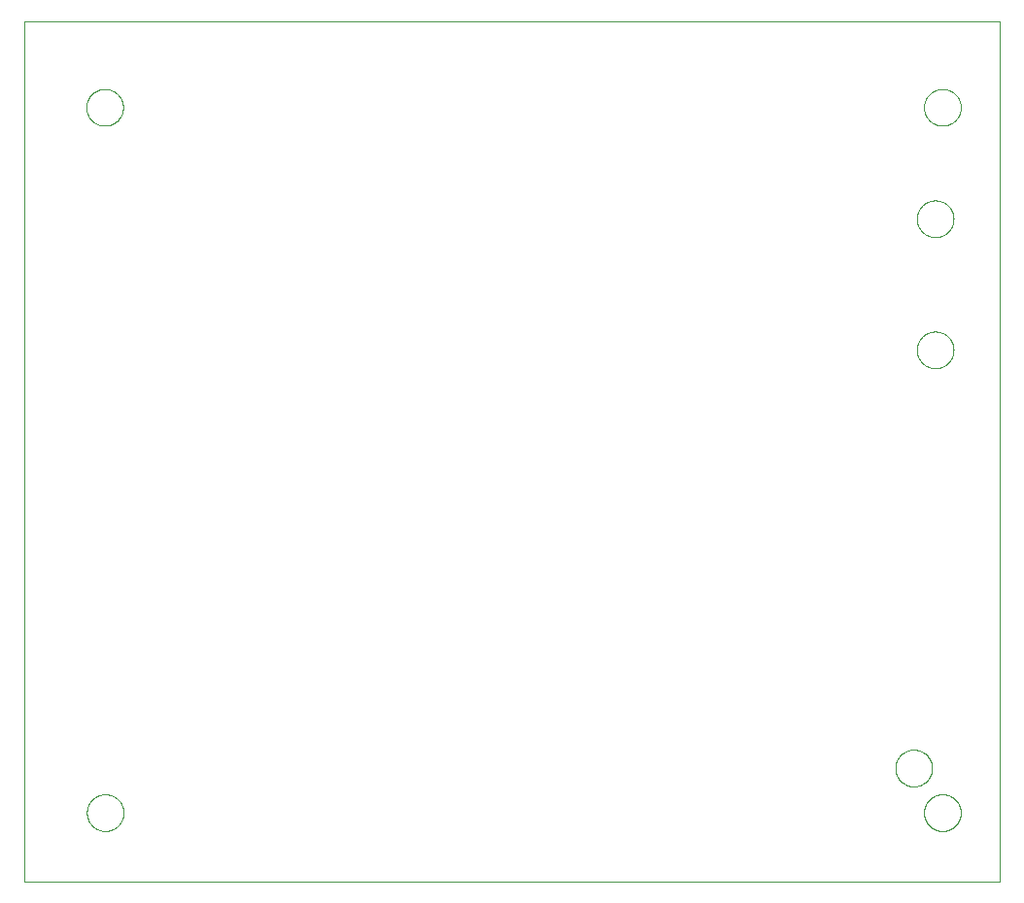
<source format=gbp>
G75*
%MOIN*%
%OFA0B0*%
%FSLAX25Y25*%
%IPPOS*%
%LPD*%
%AMOC8*
5,1,8,0,0,1.08239X$1,22.5*
%
%ADD10C,0.00000*%
D10*
X0021800Y0006800D02*
X0021800Y0302076D01*
X0356446Y0302076D01*
X0356446Y0006800D01*
X0021800Y0006800D01*
X0043218Y0030422D02*
X0043220Y0030580D01*
X0043226Y0030738D01*
X0043236Y0030896D01*
X0043250Y0031054D01*
X0043268Y0031211D01*
X0043289Y0031368D01*
X0043315Y0031524D01*
X0043345Y0031680D01*
X0043378Y0031835D01*
X0043416Y0031988D01*
X0043457Y0032141D01*
X0043502Y0032293D01*
X0043551Y0032444D01*
X0043604Y0032593D01*
X0043660Y0032741D01*
X0043720Y0032887D01*
X0043784Y0033032D01*
X0043852Y0033175D01*
X0043923Y0033317D01*
X0043997Y0033457D01*
X0044075Y0033594D01*
X0044157Y0033730D01*
X0044241Y0033864D01*
X0044330Y0033995D01*
X0044421Y0034124D01*
X0044516Y0034251D01*
X0044613Y0034376D01*
X0044714Y0034498D01*
X0044818Y0034617D01*
X0044925Y0034734D01*
X0045035Y0034848D01*
X0045148Y0034959D01*
X0045263Y0035068D01*
X0045381Y0035173D01*
X0045502Y0035275D01*
X0045625Y0035375D01*
X0045751Y0035471D01*
X0045879Y0035564D01*
X0046009Y0035654D01*
X0046142Y0035740D01*
X0046277Y0035824D01*
X0046413Y0035903D01*
X0046552Y0035980D01*
X0046693Y0036052D01*
X0046835Y0036122D01*
X0046979Y0036187D01*
X0047125Y0036249D01*
X0047272Y0036307D01*
X0047421Y0036362D01*
X0047571Y0036413D01*
X0047722Y0036460D01*
X0047874Y0036503D01*
X0048027Y0036542D01*
X0048182Y0036578D01*
X0048337Y0036609D01*
X0048493Y0036637D01*
X0048649Y0036661D01*
X0048806Y0036681D01*
X0048964Y0036697D01*
X0049121Y0036709D01*
X0049280Y0036717D01*
X0049438Y0036721D01*
X0049596Y0036721D01*
X0049754Y0036717D01*
X0049913Y0036709D01*
X0050070Y0036697D01*
X0050228Y0036681D01*
X0050385Y0036661D01*
X0050541Y0036637D01*
X0050697Y0036609D01*
X0050852Y0036578D01*
X0051007Y0036542D01*
X0051160Y0036503D01*
X0051312Y0036460D01*
X0051463Y0036413D01*
X0051613Y0036362D01*
X0051762Y0036307D01*
X0051909Y0036249D01*
X0052055Y0036187D01*
X0052199Y0036122D01*
X0052341Y0036052D01*
X0052482Y0035980D01*
X0052621Y0035903D01*
X0052757Y0035824D01*
X0052892Y0035740D01*
X0053025Y0035654D01*
X0053155Y0035564D01*
X0053283Y0035471D01*
X0053409Y0035375D01*
X0053532Y0035275D01*
X0053653Y0035173D01*
X0053771Y0035068D01*
X0053886Y0034959D01*
X0053999Y0034848D01*
X0054109Y0034734D01*
X0054216Y0034617D01*
X0054320Y0034498D01*
X0054421Y0034376D01*
X0054518Y0034251D01*
X0054613Y0034124D01*
X0054704Y0033995D01*
X0054793Y0033864D01*
X0054877Y0033730D01*
X0054959Y0033594D01*
X0055037Y0033457D01*
X0055111Y0033317D01*
X0055182Y0033175D01*
X0055250Y0033032D01*
X0055314Y0032887D01*
X0055374Y0032741D01*
X0055430Y0032593D01*
X0055483Y0032444D01*
X0055532Y0032293D01*
X0055577Y0032141D01*
X0055618Y0031988D01*
X0055656Y0031835D01*
X0055689Y0031680D01*
X0055719Y0031524D01*
X0055745Y0031368D01*
X0055766Y0031211D01*
X0055784Y0031054D01*
X0055798Y0030896D01*
X0055808Y0030738D01*
X0055814Y0030580D01*
X0055816Y0030422D01*
X0055814Y0030264D01*
X0055808Y0030106D01*
X0055798Y0029948D01*
X0055784Y0029790D01*
X0055766Y0029633D01*
X0055745Y0029476D01*
X0055719Y0029320D01*
X0055689Y0029164D01*
X0055656Y0029009D01*
X0055618Y0028856D01*
X0055577Y0028703D01*
X0055532Y0028551D01*
X0055483Y0028400D01*
X0055430Y0028251D01*
X0055374Y0028103D01*
X0055314Y0027957D01*
X0055250Y0027812D01*
X0055182Y0027669D01*
X0055111Y0027527D01*
X0055037Y0027387D01*
X0054959Y0027250D01*
X0054877Y0027114D01*
X0054793Y0026980D01*
X0054704Y0026849D01*
X0054613Y0026720D01*
X0054518Y0026593D01*
X0054421Y0026468D01*
X0054320Y0026346D01*
X0054216Y0026227D01*
X0054109Y0026110D01*
X0053999Y0025996D01*
X0053886Y0025885D01*
X0053771Y0025776D01*
X0053653Y0025671D01*
X0053532Y0025569D01*
X0053409Y0025469D01*
X0053283Y0025373D01*
X0053155Y0025280D01*
X0053025Y0025190D01*
X0052892Y0025104D01*
X0052757Y0025020D01*
X0052621Y0024941D01*
X0052482Y0024864D01*
X0052341Y0024792D01*
X0052199Y0024722D01*
X0052055Y0024657D01*
X0051909Y0024595D01*
X0051762Y0024537D01*
X0051613Y0024482D01*
X0051463Y0024431D01*
X0051312Y0024384D01*
X0051160Y0024341D01*
X0051007Y0024302D01*
X0050852Y0024266D01*
X0050697Y0024235D01*
X0050541Y0024207D01*
X0050385Y0024183D01*
X0050228Y0024163D01*
X0050070Y0024147D01*
X0049913Y0024135D01*
X0049754Y0024127D01*
X0049596Y0024123D01*
X0049438Y0024123D01*
X0049280Y0024127D01*
X0049121Y0024135D01*
X0048964Y0024147D01*
X0048806Y0024163D01*
X0048649Y0024183D01*
X0048493Y0024207D01*
X0048337Y0024235D01*
X0048182Y0024266D01*
X0048027Y0024302D01*
X0047874Y0024341D01*
X0047722Y0024384D01*
X0047571Y0024431D01*
X0047421Y0024482D01*
X0047272Y0024537D01*
X0047125Y0024595D01*
X0046979Y0024657D01*
X0046835Y0024722D01*
X0046693Y0024792D01*
X0046552Y0024864D01*
X0046413Y0024941D01*
X0046277Y0025020D01*
X0046142Y0025104D01*
X0046009Y0025190D01*
X0045879Y0025280D01*
X0045751Y0025373D01*
X0045625Y0025469D01*
X0045502Y0025569D01*
X0045381Y0025671D01*
X0045263Y0025776D01*
X0045148Y0025885D01*
X0045035Y0025996D01*
X0044925Y0026110D01*
X0044818Y0026227D01*
X0044714Y0026346D01*
X0044613Y0026468D01*
X0044516Y0026593D01*
X0044421Y0026720D01*
X0044330Y0026849D01*
X0044241Y0026980D01*
X0044157Y0027114D01*
X0044075Y0027250D01*
X0043997Y0027387D01*
X0043923Y0027527D01*
X0043852Y0027669D01*
X0043784Y0027812D01*
X0043720Y0027957D01*
X0043660Y0028103D01*
X0043604Y0028251D01*
X0043551Y0028400D01*
X0043502Y0028551D01*
X0043457Y0028703D01*
X0043416Y0028856D01*
X0043378Y0029009D01*
X0043345Y0029164D01*
X0043315Y0029320D01*
X0043289Y0029476D01*
X0043268Y0029633D01*
X0043250Y0029790D01*
X0043236Y0029948D01*
X0043226Y0030106D01*
X0043220Y0030264D01*
X0043218Y0030422D01*
X0320619Y0045737D02*
X0320621Y0045895D01*
X0320627Y0046053D01*
X0320637Y0046211D01*
X0320651Y0046369D01*
X0320669Y0046526D01*
X0320690Y0046683D01*
X0320716Y0046839D01*
X0320746Y0046995D01*
X0320779Y0047150D01*
X0320817Y0047303D01*
X0320858Y0047456D01*
X0320903Y0047608D01*
X0320952Y0047759D01*
X0321005Y0047908D01*
X0321061Y0048056D01*
X0321121Y0048202D01*
X0321185Y0048347D01*
X0321253Y0048490D01*
X0321324Y0048632D01*
X0321398Y0048772D01*
X0321476Y0048909D01*
X0321558Y0049045D01*
X0321642Y0049179D01*
X0321731Y0049310D01*
X0321822Y0049439D01*
X0321917Y0049566D01*
X0322014Y0049691D01*
X0322115Y0049813D01*
X0322219Y0049932D01*
X0322326Y0050049D01*
X0322436Y0050163D01*
X0322549Y0050274D01*
X0322664Y0050383D01*
X0322782Y0050488D01*
X0322903Y0050590D01*
X0323026Y0050690D01*
X0323152Y0050786D01*
X0323280Y0050879D01*
X0323410Y0050969D01*
X0323543Y0051055D01*
X0323678Y0051139D01*
X0323814Y0051218D01*
X0323953Y0051295D01*
X0324094Y0051367D01*
X0324236Y0051437D01*
X0324380Y0051502D01*
X0324526Y0051564D01*
X0324673Y0051622D01*
X0324822Y0051677D01*
X0324972Y0051728D01*
X0325123Y0051775D01*
X0325275Y0051818D01*
X0325428Y0051857D01*
X0325583Y0051893D01*
X0325738Y0051924D01*
X0325894Y0051952D01*
X0326050Y0051976D01*
X0326207Y0051996D01*
X0326365Y0052012D01*
X0326522Y0052024D01*
X0326681Y0052032D01*
X0326839Y0052036D01*
X0326997Y0052036D01*
X0327155Y0052032D01*
X0327314Y0052024D01*
X0327471Y0052012D01*
X0327629Y0051996D01*
X0327786Y0051976D01*
X0327942Y0051952D01*
X0328098Y0051924D01*
X0328253Y0051893D01*
X0328408Y0051857D01*
X0328561Y0051818D01*
X0328713Y0051775D01*
X0328864Y0051728D01*
X0329014Y0051677D01*
X0329163Y0051622D01*
X0329310Y0051564D01*
X0329456Y0051502D01*
X0329600Y0051437D01*
X0329742Y0051367D01*
X0329883Y0051295D01*
X0330022Y0051218D01*
X0330158Y0051139D01*
X0330293Y0051055D01*
X0330426Y0050969D01*
X0330556Y0050879D01*
X0330684Y0050786D01*
X0330810Y0050690D01*
X0330933Y0050590D01*
X0331054Y0050488D01*
X0331172Y0050383D01*
X0331287Y0050274D01*
X0331400Y0050163D01*
X0331510Y0050049D01*
X0331617Y0049932D01*
X0331721Y0049813D01*
X0331822Y0049691D01*
X0331919Y0049566D01*
X0332014Y0049439D01*
X0332105Y0049310D01*
X0332194Y0049179D01*
X0332278Y0049045D01*
X0332360Y0048909D01*
X0332438Y0048772D01*
X0332512Y0048632D01*
X0332583Y0048490D01*
X0332651Y0048347D01*
X0332715Y0048202D01*
X0332775Y0048056D01*
X0332831Y0047908D01*
X0332884Y0047759D01*
X0332933Y0047608D01*
X0332978Y0047456D01*
X0333019Y0047303D01*
X0333057Y0047150D01*
X0333090Y0046995D01*
X0333120Y0046839D01*
X0333146Y0046683D01*
X0333167Y0046526D01*
X0333185Y0046369D01*
X0333199Y0046211D01*
X0333209Y0046053D01*
X0333215Y0045895D01*
X0333217Y0045737D01*
X0333215Y0045579D01*
X0333209Y0045421D01*
X0333199Y0045263D01*
X0333185Y0045105D01*
X0333167Y0044948D01*
X0333146Y0044791D01*
X0333120Y0044635D01*
X0333090Y0044479D01*
X0333057Y0044324D01*
X0333019Y0044171D01*
X0332978Y0044018D01*
X0332933Y0043866D01*
X0332884Y0043715D01*
X0332831Y0043566D01*
X0332775Y0043418D01*
X0332715Y0043272D01*
X0332651Y0043127D01*
X0332583Y0042984D01*
X0332512Y0042842D01*
X0332438Y0042702D01*
X0332360Y0042565D01*
X0332278Y0042429D01*
X0332194Y0042295D01*
X0332105Y0042164D01*
X0332014Y0042035D01*
X0331919Y0041908D01*
X0331822Y0041783D01*
X0331721Y0041661D01*
X0331617Y0041542D01*
X0331510Y0041425D01*
X0331400Y0041311D01*
X0331287Y0041200D01*
X0331172Y0041091D01*
X0331054Y0040986D01*
X0330933Y0040884D01*
X0330810Y0040784D01*
X0330684Y0040688D01*
X0330556Y0040595D01*
X0330426Y0040505D01*
X0330293Y0040419D01*
X0330158Y0040335D01*
X0330022Y0040256D01*
X0329883Y0040179D01*
X0329742Y0040107D01*
X0329600Y0040037D01*
X0329456Y0039972D01*
X0329310Y0039910D01*
X0329163Y0039852D01*
X0329014Y0039797D01*
X0328864Y0039746D01*
X0328713Y0039699D01*
X0328561Y0039656D01*
X0328408Y0039617D01*
X0328253Y0039581D01*
X0328098Y0039550D01*
X0327942Y0039522D01*
X0327786Y0039498D01*
X0327629Y0039478D01*
X0327471Y0039462D01*
X0327314Y0039450D01*
X0327155Y0039442D01*
X0326997Y0039438D01*
X0326839Y0039438D01*
X0326681Y0039442D01*
X0326522Y0039450D01*
X0326365Y0039462D01*
X0326207Y0039478D01*
X0326050Y0039498D01*
X0325894Y0039522D01*
X0325738Y0039550D01*
X0325583Y0039581D01*
X0325428Y0039617D01*
X0325275Y0039656D01*
X0325123Y0039699D01*
X0324972Y0039746D01*
X0324822Y0039797D01*
X0324673Y0039852D01*
X0324526Y0039910D01*
X0324380Y0039972D01*
X0324236Y0040037D01*
X0324094Y0040107D01*
X0323953Y0040179D01*
X0323814Y0040256D01*
X0323678Y0040335D01*
X0323543Y0040419D01*
X0323410Y0040505D01*
X0323280Y0040595D01*
X0323152Y0040688D01*
X0323026Y0040784D01*
X0322903Y0040884D01*
X0322782Y0040986D01*
X0322664Y0041091D01*
X0322549Y0041200D01*
X0322436Y0041311D01*
X0322326Y0041425D01*
X0322219Y0041542D01*
X0322115Y0041661D01*
X0322014Y0041783D01*
X0321917Y0041908D01*
X0321822Y0042035D01*
X0321731Y0042164D01*
X0321642Y0042295D01*
X0321558Y0042429D01*
X0321476Y0042565D01*
X0321398Y0042702D01*
X0321324Y0042842D01*
X0321253Y0042984D01*
X0321185Y0043127D01*
X0321121Y0043272D01*
X0321061Y0043418D01*
X0321005Y0043566D01*
X0320952Y0043715D01*
X0320903Y0043866D01*
X0320858Y0044018D01*
X0320817Y0044171D01*
X0320779Y0044324D01*
X0320746Y0044479D01*
X0320716Y0044635D01*
X0320690Y0044791D01*
X0320669Y0044948D01*
X0320651Y0045105D01*
X0320637Y0045263D01*
X0320627Y0045421D01*
X0320621Y0045579D01*
X0320619Y0045737D01*
X0330462Y0030422D02*
X0330464Y0030580D01*
X0330470Y0030738D01*
X0330480Y0030896D01*
X0330494Y0031054D01*
X0330512Y0031211D01*
X0330533Y0031368D01*
X0330559Y0031524D01*
X0330589Y0031680D01*
X0330622Y0031835D01*
X0330660Y0031988D01*
X0330701Y0032141D01*
X0330746Y0032293D01*
X0330795Y0032444D01*
X0330848Y0032593D01*
X0330904Y0032741D01*
X0330964Y0032887D01*
X0331028Y0033032D01*
X0331096Y0033175D01*
X0331167Y0033317D01*
X0331241Y0033457D01*
X0331319Y0033594D01*
X0331401Y0033730D01*
X0331485Y0033864D01*
X0331574Y0033995D01*
X0331665Y0034124D01*
X0331760Y0034251D01*
X0331857Y0034376D01*
X0331958Y0034498D01*
X0332062Y0034617D01*
X0332169Y0034734D01*
X0332279Y0034848D01*
X0332392Y0034959D01*
X0332507Y0035068D01*
X0332625Y0035173D01*
X0332746Y0035275D01*
X0332869Y0035375D01*
X0332995Y0035471D01*
X0333123Y0035564D01*
X0333253Y0035654D01*
X0333386Y0035740D01*
X0333521Y0035824D01*
X0333657Y0035903D01*
X0333796Y0035980D01*
X0333937Y0036052D01*
X0334079Y0036122D01*
X0334223Y0036187D01*
X0334369Y0036249D01*
X0334516Y0036307D01*
X0334665Y0036362D01*
X0334815Y0036413D01*
X0334966Y0036460D01*
X0335118Y0036503D01*
X0335271Y0036542D01*
X0335426Y0036578D01*
X0335581Y0036609D01*
X0335737Y0036637D01*
X0335893Y0036661D01*
X0336050Y0036681D01*
X0336208Y0036697D01*
X0336365Y0036709D01*
X0336524Y0036717D01*
X0336682Y0036721D01*
X0336840Y0036721D01*
X0336998Y0036717D01*
X0337157Y0036709D01*
X0337314Y0036697D01*
X0337472Y0036681D01*
X0337629Y0036661D01*
X0337785Y0036637D01*
X0337941Y0036609D01*
X0338096Y0036578D01*
X0338251Y0036542D01*
X0338404Y0036503D01*
X0338556Y0036460D01*
X0338707Y0036413D01*
X0338857Y0036362D01*
X0339006Y0036307D01*
X0339153Y0036249D01*
X0339299Y0036187D01*
X0339443Y0036122D01*
X0339585Y0036052D01*
X0339726Y0035980D01*
X0339865Y0035903D01*
X0340001Y0035824D01*
X0340136Y0035740D01*
X0340269Y0035654D01*
X0340399Y0035564D01*
X0340527Y0035471D01*
X0340653Y0035375D01*
X0340776Y0035275D01*
X0340897Y0035173D01*
X0341015Y0035068D01*
X0341130Y0034959D01*
X0341243Y0034848D01*
X0341353Y0034734D01*
X0341460Y0034617D01*
X0341564Y0034498D01*
X0341665Y0034376D01*
X0341762Y0034251D01*
X0341857Y0034124D01*
X0341948Y0033995D01*
X0342037Y0033864D01*
X0342121Y0033730D01*
X0342203Y0033594D01*
X0342281Y0033457D01*
X0342355Y0033317D01*
X0342426Y0033175D01*
X0342494Y0033032D01*
X0342558Y0032887D01*
X0342618Y0032741D01*
X0342674Y0032593D01*
X0342727Y0032444D01*
X0342776Y0032293D01*
X0342821Y0032141D01*
X0342862Y0031988D01*
X0342900Y0031835D01*
X0342933Y0031680D01*
X0342963Y0031524D01*
X0342989Y0031368D01*
X0343010Y0031211D01*
X0343028Y0031054D01*
X0343042Y0030896D01*
X0343052Y0030738D01*
X0343058Y0030580D01*
X0343060Y0030422D01*
X0343058Y0030264D01*
X0343052Y0030106D01*
X0343042Y0029948D01*
X0343028Y0029790D01*
X0343010Y0029633D01*
X0342989Y0029476D01*
X0342963Y0029320D01*
X0342933Y0029164D01*
X0342900Y0029009D01*
X0342862Y0028856D01*
X0342821Y0028703D01*
X0342776Y0028551D01*
X0342727Y0028400D01*
X0342674Y0028251D01*
X0342618Y0028103D01*
X0342558Y0027957D01*
X0342494Y0027812D01*
X0342426Y0027669D01*
X0342355Y0027527D01*
X0342281Y0027387D01*
X0342203Y0027250D01*
X0342121Y0027114D01*
X0342037Y0026980D01*
X0341948Y0026849D01*
X0341857Y0026720D01*
X0341762Y0026593D01*
X0341665Y0026468D01*
X0341564Y0026346D01*
X0341460Y0026227D01*
X0341353Y0026110D01*
X0341243Y0025996D01*
X0341130Y0025885D01*
X0341015Y0025776D01*
X0340897Y0025671D01*
X0340776Y0025569D01*
X0340653Y0025469D01*
X0340527Y0025373D01*
X0340399Y0025280D01*
X0340269Y0025190D01*
X0340136Y0025104D01*
X0340001Y0025020D01*
X0339865Y0024941D01*
X0339726Y0024864D01*
X0339585Y0024792D01*
X0339443Y0024722D01*
X0339299Y0024657D01*
X0339153Y0024595D01*
X0339006Y0024537D01*
X0338857Y0024482D01*
X0338707Y0024431D01*
X0338556Y0024384D01*
X0338404Y0024341D01*
X0338251Y0024302D01*
X0338096Y0024266D01*
X0337941Y0024235D01*
X0337785Y0024207D01*
X0337629Y0024183D01*
X0337472Y0024163D01*
X0337314Y0024147D01*
X0337157Y0024135D01*
X0336998Y0024127D01*
X0336840Y0024123D01*
X0336682Y0024123D01*
X0336524Y0024127D01*
X0336365Y0024135D01*
X0336208Y0024147D01*
X0336050Y0024163D01*
X0335893Y0024183D01*
X0335737Y0024207D01*
X0335581Y0024235D01*
X0335426Y0024266D01*
X0335271Y0024302D01*
X0335118Y0024341D01*
X0334966Y0024384D01*
X0334815Y0024431D01*
X0334665Y0024482D01*
X0334516Y0024537D01*
X0334369Y0024595D01*
X0334223Y0024657D01*
X0334079Y0024722D01*
X0333937Y0024792D01*
X0333796Y0024864D01*
X0333657Y0024941D01*
X0333521Y0025020D01*
X0333386Y0025104D01*
X0333253Y0025190D01*
X0333123Y0025280D01*
X0332995Y0025373D01*
X0332869Y0025469D01*
X0332746Y0025569D01*
X0332625Y0025671D01*
X0332507Y0025776D01*
X0332392Y0025885D01*
X0332279Y0025996D01*
X0332169Y0026110D01*
X0332062Y0026227D01*
X0331958Y0026346D01*
X0331857Y0026468D01*
X0331760Y0026593D01*
X0331665Y0026720D01*
X0331574Y0026849D01*
X0331485Y0026980D01*
X0331401Y0027114D01*
X0331319Y0027250D01*
X0331241Y0027387D01*
X0331167Y0027527D01*
X0331096Y0027669D01*
X0331028Y0027812D01*
X0330964Y0027957D01*
X0330904Y0028103D01*
X0330848Y0028251D01*
X0330795Y0028400D01*
X0330746Y0028551D01*
X0330701Y0028703D01*
X0330660Y0028856D01*
X0330622Y0029009D01*
X0330589Y0029164D01*
X0330559Y0029320D01*
X0330533Y0029476D01*
X0330512Y0029633D01*
X0330494Y0029790D01*
X0330480Y0029948D01*
X0330470Y0030106D01*
X0330464Y0030264D01*
X0330462Y0030422D01*
X0328001Y0189300D02*
X0328003Y0189458D01*
X0328009Y0189616D01*
X0328019Y0189774D01*
X0328033Y0189932D01*
X0328051Y0190089D01*
X0328072Y0190246D01*
X0328098Y0190402D01*
X0328128Y0190558D01*
X0328161Y0190713D01*
X0328199Y0190866D01*
X0328240Y0191019D01*
X0328285Y0191171D01*
X0328334Y0191322D01*
X0328387Y0191471D01*
X0328443Y0191619D01*
X0328503Y0191765D01*
X0328567Y0191910D01*
X0328635Y0192053D01*
X0328706Y0192195D01*
X0328780Y0192335D01*
X0328858Y0192472D01*
X0328940Y0192608D01*
X0329024Y0192742D01*
X0329113Y0192873D01*
X0329204Y0193002D01*
X0329299Y0193129D01*
X0329396Y0193254D01*
X0329497Y0193376D01*
X0329601Y0193495D01*
X0329708Y0193612D01*
X0329818Y0193726D01*
X0329931Y0193837D01*
X0330046Y0193946D01*
X0330164Y0194051D01*
X0330285Y0194153D01*
X0330408Y0194253D01*
X0330534Y0194349D01*
X0330662Y0194442D01*
X0330792Y0194532D01*
X0330925Y0194618D01*
X0331060Y0194702D01*
X0331196Y0194781D01*
X0331335Y0194858D01*
X0331476Y0194930D01*
X0331618Y0195000D01*
X0331762Y0195065D01*
X0331908Y0195127D01*
X0332055Y0195185D01*
X0332204Y0195240D01*
X0332354Y0195291D01*
X0332505Y0195338D01*
X0332657Y0195381D01*
X0332810Y0195420D01*
X0332965Y0195456D01*
X0333120Y0195487D01*
X0333276Y0195515D01*
X0333432Y0195539D01*
X0333589Y0195559D01*
X0333747Y0195575D01*
X0333904Y0195587D01*
X0334063Y0195595D01*
X0334221Y0195599D01*
X0334379Y0195599D01*
X0334537Y0195595D01*
X0334696Y0195587D01*
X0334853Y0195575D01*
X0335011Y0195559D01*
X0335168Y0195539D01*
X0335324Y0195515D01*
X0335480Y0195487D01*
X0335635Y0195456D01*
X0335790Y0195420D01*
X0335943Y0195381D01*
X0336095Y0195338D01*
X0336246Y0195291D01*
X0336396Y0195240D01*
X0336545Y0195185D01*
X0336692Y0195127D01*
X0336838Y0195065D01*
X0336982Y0195000D01*
X0337124Y0194930D01*
X0337265Y0194858D01*
X0337404Y0194781D01*
X0337540Y0194702D01*
X0337675Y0194618D01*
X0337808Y0194532D01*
X0337938Y0194442D01*
X0338066Y0194349D01*
X0338192Y0194253D01*
X0338315Y0194153D01*
X0338436Y0194051D01*
X0338554Y0193946D01*
X0338669Y0193837D01*
X0338782Y0193726D01*
X0338892Y0193612D01*
X0338999Y0193495D01*
X0339103Y0193376D01*
X0339204Y0193254D01*
X0339301Y0193129D01*
X0339396Y0193002D01*
X0339487Y0192873D01*
X0339576Y0192742D01*
X0339660Y0192608D01*
X0339742Y0192472D01*
X0339820Y0192335D01*
X0339894Y0192195D01*
X0339965Y0192053D01*
X0340033Y0191910D01*
X0340097Y0191765D01*
X0340157Y0191619D01*
X0340213Y0191471D01*
X0340266Y0191322D01*
X0340315Y0191171D01*
X0340360Y0191019D01*
X0340401Y0190866D01*
X0340439Y0190713D01*
X0340472Y0190558D01*
X0340502Y0190402D01*
X0340528Y0190246D01*
X0340549Y0190089D01*
X0340567Y0189932D01*
X0340581Y0189774D01*
X0340591Y0189616D01*
X0340597Y0189458D01*
X0340599Y0189300D01*
X0340597Y0189142D01*
X0340591Y0188984D01*
X0340581Y0188826D01*
X0340567Y0188668D01*
X0340549Y0188511D01*
X0340528Y0188354D01*
X0340502Y0188198D01*
X0340472Y0188042D01*
X0340439Y0187887D01*
X0340401Y0187734D01*
X0340360Y0187581D01*
X0340315Y0187429D01*
X0340266Y0187278D01*
X0340213Y0187129D01*
X0340157Y0186981D01*
X0340097Y0186835D01*
X0340033Y0186690D01*
X0339965Y0186547D01*
X0339894Y0186405D01*
X0339820Y0186265D01*
X0339742Y0186128D01*
X0339660Y0185992D01*
X0339576Y0185858D01*
X0339487Y0185727D01*
X0339396Y0185598D01*
X0339301Y0185471D01*
X0339204Y0185346D01*
X0339103Y0185224D01*
X0338999Y0185105D01*
X0338892Y0184988D01*
X0338782Y0184874D01*
X0338669Y0184763D01*
X0338554Y0184654D01*
X0338436Y0184549D01*
X0338315Y0184447D01*
X0338192Y0184347D01*
X0338066Y0184251D01*
X0337938Y0184158D01*
X0337808Y0184068D01*
X0337675Y0183982D01*
X0337540Y0183898D01*
X0337404Y0183819D01*
X0337265Y0183742D01*
X0337124Y0183670D01*
X0336982Y0183600D01*
X0336838Y0183535D01*
X0336692Y0183473D01*
X0336545Y0183415D01*
X0336396Y0183360D01*
X0336246Y0183309D01*
X0336095Y0183262D01*
X0335943Y0183219D01*
X0335790Y0183180D01*
X0335635Y0183144D01*
X0335480Y0183113D01*
X0335324Y0183085D01*
X0335168Y0183061D01*
X0335011Y0183041D01*
X0334853Y0183025D01*
X0334696Y0183013D01*
X0334537Y0183005D01*
X0334379Y0183001D01*
X0334221Y0183001D01*
X0334063Y0183005D01*
X0333904Y0183013D01*
X0333747Y0183025D01*
X0333589Y0183041D01*
X0333432Y0183061D01*
X0333276Y0183085D01*
X0333120Y0183113D01*
X0332965Y0183144D01*
X0332810Y0183180D01*
X0332657Y0183219D01*
X0332505Y0183262D01*
X0332354Y0183309D01*
X0332204Y0183360D01*
X0332055Y0183415D01*
X0331908Y0183473D01*
X0331762Y0183535D01*
X0331618Y0183600D01*
X0331476Y0183670D01*
X0331335Y0183742D01*
X0331196Y0183819D01*
X0331060Y0183898D01*
X0330925Y0183982D01*
X0330792Y0184068D01*
X0330662Y0184158D01*
X0330534Y0184251D01*
X0330408Y0184347D01*
X0330285Y0184447D01*
X0330164Y0184549D01*
X0330046Y0184654D01*
X0329931Y0184763D01*
X0329818Y0184874D01*
X0329708Y0184988D01*
X0329601Y0185105D01*
X0329497Y0185224D01*
X0329396Y0185346D01*
X0329299Y0185471D01*
X0329204Y0185598D01*
X0329113Y0185727D01*
X0329024Y0185858D01*
X0328940Y0185992D01*
X0328858Y0186128D01*
X0328780Y0186265D01*
X0328706Y0186405D01*
X0328635Y0186547D01*
X0328567Y0186690D01*
X0328503Y0186835D01*
X0328443Y0186981D01*
X0328387Y0187129D01*
X0328334Y0187278D01*
X0328285Y0187429D01*
X0328240Y0187581D01*
X0328199Y0187734D01*
X0328161Y0187887D01*
X0328128Y0188042D01*
X0328098Y0188198D01*
X0328072Y0188354D01*
X0328051Y0188511D01*
X0328033Y0188668D01*
X0328019Y0188826D01*
X0328009Y0188984D01*
X0328003Y0189142D01*
X0328001Y0189300D01*
X0328001Y0234300D02*
X0328003Y0234458D01*
X0328009Y0234616D01*
X0328019Y0234774D01*
X0328033Y0234932D01*
X0328051Y0235089D01*
X0328072Y0235246D01*
X0328098Y0235402D01*
X0328128Y0235558D01*
X0328161Y0235713D01*
X0328199Y0235866D01*
X0328240Y0236019D01*
X0328285Y0236171D01*
X0328334Y0236322D01*
X0328387Y0236471D01*
X0328443Y0236619D01*
X0328503Y0236765D01*
X0328567Y0236910D01*
X0328635Y0237053D01*
X0328706Y0237195D01*
X0328780Y0237335D01*
X0328858Y0237472D01*
X0328940Y0237608D01*
X0329024Y0237742D01*
X0329113Y0237873D01*
X0329204Y0238002D01*
X0329299Y0238129D01*
X0329396Y0238254D01*
X0329497Y0238376D01*
X0329601Y0238495D01*
X0329708Y0238612D01*
X0329818Y0238726D01*
X0329931Y0238837D01*
X0330046Y0238946D01*
X0330164Y0239051D01*
X0330285Y0239153D01*
X0330408Y0239253D01*
X0330534Y0239349D01*
X0330662Y0239442D01*
X0330792Y0239532D01*
X0330925Y0239618D01*
X0331060Y0239702D01*
X0331196Y0239781D01*
X0331335Y0239858D01*
X0331476Y0239930D01*
X0331618Y0240000D01*
X0331762Y0240065D01*
X0331908Y0240127D01*
X0332055Y0240185D01*
X0332204Y0240240D01*
X0332354Y0240291D01*
X0332505Y0240338D01*
X0332657Y0240381D01*
X0332810Y0240420D01*
X0332965Y0240456D01*
X0333120Y0240487D01*
X0333276Y0240515D01*
X0333432Y0240539D01*
X0333589Y0240559D01*
X0333747Y0240575D01*
X0333904Y0240587D01*
X0334063Y0240595D01*
X0334221Y0240599D01*
X0334379Y0240599D01*
X0334537Y0240595D01*
X0334696Y0240587D01*
X0334853Y0240575D01*
X0335011Y0240559D01*
X0335168Y0240539D01*
X0335324Y0240515D01*
X0335480Y0240487D01*
X0335635Y0240456D01*
X0335790Y0240420D01*
X0335943Y0240381D01*
X0336095Y0240338D01*
X0336246Y0240291D01*
X0336396Y0240240D01*
X0336545Y0240185D01*
X0336692Y0240127D01*
X0336838Y0240065D01*
X0336982Y0240000D01*
X0337124Y0239930D01*
X0337265Y0239858D01*
X0337404Y0239781D01*
X0337540Y0239702D01*
X0337675Y0239618D01*
X0337808Y0239532D01*
X0337938Y0239442D01*
X0338066Y0239349D01*
X0338192Y0239253D01*
X0338315Y0239153D01*
X0338436Y0239051D01*
X0338554Y0238946D01*
X0338669Y0238837D01*
X0338782Y0238726D01*
X0338892Y0238612D01*
X0338999Y0238495D01*
X0339103Y0238376D01*
X0339204Y0238254D01*
X0339301Y0238129D01*
X0339396Y0238002D01*
X0339487Y0237873D01*
X0339576Y0237742D01*
X0339660Y0237608D01*
X0339742Y0237472D01*
X0339820Y0237335D01*
X0339894Y0237195D01*
X0339965Y0237053D01*
X0340033Y0236910D01*
X0340097Y0236765D01*
X0340157Y0236619D01*
X0340213Y0236471D01*
X0340266Y0236322D01*
X0340315Y0236171D01*
X0340360Y0236019D01*
X0340401Y0235866D01*
X0340439Y0235713D01*
X0340472Y0235558D01*
X0340502Y0235402D01*
X0340528Y0235246D01*
X0340549Y0235089D01*
X0340567Y0234932D01*
X0340581Y0234774D01*
X0340591Y0234616D01*
X0340597Y0234458D01*
X0340599Y0234300D01*
X0340597Y0234142D01*
X0340591Y0233984D01*
X0340581Y0233826D01*
X0340567Y0233668D01*
X0340549Y0233511D01*
X0340528Y0233354D01*
X0340502Y0233198D01*
X0340472Y0233042D01*
X0340439Y0232887D01*
X0340401Y0232734D01*
X0340360Y0232581D01*
X0340315Y0232429D01*
X0340266Y0232278D01*
X0340213Y0232129D01*
X0340157Y0231981D01*
X0340097Y0231835D01*
X0340033Y0231690D01*
X0339965Y0231547D01*
X0339894Y0231405D01*
X0339820Y0231265D01*
X0339742Y0231128D01*
X0339660Y0230992D01*
X0339576Y0230858D01*
X0339487Y0230727D01*
X0339396Y0230598D01*
X0339301Y0230471D01*
X0339204Y0230346D01*
X0339103Y0230224D01*
X0338999Y0230105D01*
X0338892Y0229988D01*
X0338782Y0229874D01*
X0338669Y0229763D01*
X0338554Y0229654D01*
X0338436Y0229549D01*
X0338315Y0229447D01*
X0338192Y0229347D01*
X0338066Y0229251D01*
X0337938Y0229158D01*
X0337808Y0229068D01*
X0337675Y0228982D01*
X0337540Y0228898D01*
X0337404Y0228819D01*
X0337265Y0228742D01*
X0337124Y0228670D01*
X0336982Y0228600D01*
X0336838Y0228535D01*
X0336692Y0228473D01*
X0336545Y0228415D01*
X0336396Y0228360D01*
X0336246Y0228309D01*
X0336095Y0228262D01*
X0335943Y0228219D01*
X0335790Y0228180D01*
X0335635Y0228144D01*
X0335480Y0228113D01*
X0335324Y0228085D01*
X0335168Y0228061D01*
X0335011Y0228041D01*
X0334853Y0228025D01*
X0334696Y0228013D01*
X0334537Y0228005D01*
X0334379Y0228001D01*
X0334221Y0228001D01*
X0334063Y0228005D01*
X0333904Y0228013D01*
X0333747Y0228025D01*
X0333589Y0228041D01*
X0333432Y0228061D01*
X0333276Y0228085D01*
X0333120Y0228113D01*
X0332965Y0228144D01*
X0332810Y0228180D01*
X0332657Y0228219D01*
X0332505Y0228262D01*
X0332354Y0228309D01*
X0332204Y0228360D01*
X0332055Y0228415D01*
X0331908Y0228473D01*
X0331762Y0228535D01*
X0331618Y0228600D01*
X0331476Y0228670D01*
X0331335Y0228742D01*
X0331196Y0228819D01*
X0331060Y0228898D01*
X0330925Y0228982D01*
X0330792Y0229068D01*
X0330662Y0229158D01*
X0330534Y0229251D01*
X0330408Y0229347D01*
X0330285Y0229447D01*
X0330164Y0229549D01*
X0330046Y0229654D01*
X0329931Y0229763D01*
X0329818Y0229874D01*
X0329708Y0229988D01*
X0329601Y0230105D01*
X0329497Y0230224D01*
X0329396Y0230346D01*
X0329299Y0230471D01*
X0329204Y0230598D01*
X0329113Y0230727D01*
X0329024Y0230858D01*
X0328940Y0230992D01*
X0328858Y0231128D01*
X0328780Y0231265D01*
X0328706Y0231405D01*
X0328635Y0231547D01*
X0328567Y0231690D01*
X0328503Y0231835D01*
X0328443Y0231981D01*
X0328387Y0232129D01*
X0328334Y0232278D01*
X0328285Y0232429D01*
X0328240Y0232581D01*
X0328199Y0232734D01*
X0328161Y0232887D01*
X0328128Y0233042D01*
X0328098Y0233198D01*
X0328072Y0233354D01*
X0328051Y0233511D01*
X0328033Y0233668D01*
X0328019Y0233826D01*
X0328009Y0233984D01*
X0328003Y0234142D01*
X0328001Y0234300D01*
X0330462Y0272548D02*
X0330464Y0272706D01*
X0330470Y0272864D01*
X0330480Y0273022D01*
X0330494Y0273180D01*
X0330512Y0273337D01*
X0330533Y0273494D01*
X0330559Y0273650D01*
X0330589Y0273806D01*
X0330622Y0273961D01*
X0330660Y0274114D01*
X0330701Y0274267D01*
X0330746Y0274419D01*
X0330795Y0274570D01*
X0330848Y0274719D01*
X0330904Y0274867D01*
X0330964Y0275013D01*
X0331028Y0275158D01*
X0331096Y0275301D01*
X0331167Y0275443D01*
X0331241Y0275583D01*
X0331319Y0275720D01*
X0331401Y0275856D01*
X0331485Y0275990D01*
X0331574Y0276121D01*
X0331665Y0276250D01*
X0331760Y0276377D01*
X0331857Y0276502D01*
X0331958Y0276624D01*
X0332062Y0276743D01*
X0332169Y0276860D01*
X0332279Y0276974D01*
X0332392Y0277085D01*
X0332507Y0277194D01*
X0332625Y0277299D01*
X0332746Y0277401D01*
X0332869Y0277501D01*
X0332995Y0277597D01*
X0333123Y0277690D01*
X0333253Y0277780D01*
X0333386Y0277866D01*
X0333521Y0277950D01*
X0333657Y0278029D01*
X0333796Y0278106D01*
X0333937Y0278178D01*
X0334079Y0278248D01*
X0334223Y0278313D01*
X0334369Y0278375D01*
X0334516Y0278433D01*
X0334665Y0278488D01*
X0334815Y0278539D01*
X0334966Y0278586D01*
X0335118Y0278629D01*
X0335271Y0278668D01*
X0335426Y0278704D01*
X0335581Y0278735D01*
X0335737Y0278763D01*
X0335893Y0278787D01*
X0336050Y0278807D01*
X0336208Y0278823D01*
X0336365Y0278835D01*
X0336524Y0278843D01*
X0336682Y0278847D01*
X0336840Y0278847D01*
X0336998Y0278843D01*
X0337157Y0278835D01*
X0337314Y0278823D01*
X0337472Y0278807D01*
X0337629Y0278787D01*
X0337785Y0278763D01*
X0337941Y0278735D01*
X0338096Y0278704D01*
X0338251Y0278668D01*
X0338404Y0278629D01*
X0338556Y0278586D01*
X0338707Y0278539D01*
X0338857Y0278488D01*
X0339006Y0278433D01*
X0339153Y0278375D01*
X0339299Y0278313D01*
X0339443Y0278248D01*
X0339585Y0278178D01*
X0339726Y0278106D01*
X0339865Y0278029D01*
X0340001Y0277950D01*
X0340136Y0277866D01*
X0340269Y0277780D01*
X0340399Y0277690D01*
X0340527Y0277597D01*
X0340653Y0277501D01*
X0340776Y0277401D01*
X0340897Y0277299D01*
X0341015Y0277194D01*
X0341130Y0277085D01*
X0341243Y0276974D01*
X0341353Y0276860D01*
X0341460Y0276743D01*
X0341564Y0276624D01*
X0341665Y0276502D01*
X0341762Y0276377D01*
X0341857Y0276250D01*
X0341948Y0276121D01*
X0342037Y0275990D01*
X0342121Y0275856D01*
X0342203Y0275720D01*
X0342281Y0275583D01*
X0342355Y0275443D01*
X0342426Y0275301D01*
X0342494Y0275158D01*
X0342558Y0275013D01*
X0342618Y0274867D01*
X0342674Y0274719D01*
X0342727Y0274570D01*
X0342776Y0274419D01*
X0342821Y0274267D01*
X0342862Y0274114D01*
X0342900Y0273961D01*
X0342933Y0273806D01*
X0342963Y0273650D01*
X0342989Y0273494D01*
X0343010Y0273337D01*
X0343028Y0273180D01*
X0343042Y0273022D01*
X0343052Y0272864D01*
X0343058Y0272706D01*
X0343060Y0272548D01*
X0343058Y0272390D01*
X0343052Y0272232D01*
X0343042Y0272074D01*
X0343028Y0271916D01*
X0343010Y0271759D01*
X0342989Y0271602D01*
X0342963Y0271446D01*
X0342933Y0271290D01*
X0342900Y0271135D01*
X0342862Y0270982D01*
X0342821Y0270829D01*
X0342776Y0270677D01*
X0342727Y0270526D01*
X0342674Y0270377D01*
X0342618Y0270229D01*
X0342558Y0270083D01*
X0342494Y0269938D01*
X0342426Y0269795D01*
X0342355Y0269653D01*
X0342281Y0269513D01*
X0342203Y0269376D01*
X0342121Y0269240D01*
X0342037Y0269106D01*
X0341948Y0268975D01*
X0341857Y0268846D01*
X0341762Y0268719D01*
X0341665Y0268594D01*
X0341564Y0268472D01*
X0341460Y0268353D01*
X0341353Y0268236D01*
X0341243Y0268122D01*
X0341130Y0268011D01*
X0341015Y0267902D01*
X0340897Y0267797D01*
X0340776Y0267695D01*
X0340653Y0267595D01*
X0340527Y0267499D01*
X0340399Y0267406D01*
X0340269Y0267316D01*
X0340136Y0267230D01*
X0340001Y0267146D01*
X0339865Y0267067D01*
X0339726Y0266990D01*
X0339585Y0266918D01*
X0339443Y0266848D01*
X0339299Y0266783D01*
X0339153Y0266721D01*
X0339006Y0266663D01*
X0338857Y0266608D01*
X0338707Y0266557D01*
X0338556Y0266510D01*
X0338404Y0266467D01*
X0338251Y0266428D01*
X0338096Y0266392D01*
X0337941Y0266361D01*
X0337785Y0266333D01*
X0337629Y0266309D01*
X0337472Y0266289D01*
X0337314Y0266273D01*
X0337157Y0266261D01*
X0336998Y0266253D01*
X0336840Y0266249D01*
X0336682Y0266249D01*
X0336524Y0266253D01*
X0336365Y0266261D01*
X0336208Y0266273D01*
X0336050Y0266289D01*
X0335893Y0266309D01*
X0335737Y0266333D01*
X0335581Y0266361D01*
X0335426Y0266392D01*
X0335271Y0266428D01*
X0335118Y0266467D01*
X0334966Y0266510D01*
X0334815Y0266557D01*
X0334665Y0266608D01*
X0334516Y0266663D01*
X0334369Y0266721D01*
X0334223Y0266783D01*
X0334079Y0266848D01*
X0333937Y0266918D01*
X0333796Y0266990D01*
X0333657Y0267067D01*
X0333521Y0267146D01*
X0333386Y0267230D01*
X0333253Y0267316D01*
X0333123Y0267406D01*
X0332995Y0267499D01*
X0332869Y0267595D01*
X0332746Y0267695D01*
X0332625Y0267797D01*
X0332507Y0267902D01*
X0332392Y0268011D01*
X0332279Y0268122D01*
X0332169Y0268236D01*
X0332062Y0268353D01*
X0331958Y0268472D01*
X0331857Y0268594D01*
X0331760Y0268719D01*
X0331665Y0268846D01*
X0331574Y0268975D01*
X0331485Y0269106D01*
X0331401Y0269240D01*
X0331319Y0269376D01*
X0331241Y0269513D01*
X0331167Y0269653D01*
X0331096Y0269795D01*
X0331028Y0269938D01*
X0330964Y0270083D01*
X0330904Y0270229D01*
X0330848Y0270377D01*
X0330795Y0270526D01*
X0330746Y0270677D01*
X0330701Y0270829D01*
X0330660Y0270982D01*
X0330622Y0271135D01*
X0330589Y0271290D01*
X0330559Y0271446D01*
X0330533Y0271602D01*
X0330512Y0271759D01*
X0330494Y0271916D01*
X0330480Y0272074D01*
X0330470Y0272232D01*
X0330464Y0272390D01*
X0330462Y0272548D01*
X0043060Y0272548D02*
X0043062Y0272706D01*
X0043068Y0272864D01*
X0043078Y0273022D01*
X0043092Y0273180D01*
X0043110Y0273337D01*
X0043131Y0273494D01*
X0043157Y0273650D01*
X0043187Y0273806D01*
X0043220Y0273961D01*
X0043258Y0274114D01*
X0043299Y0274267D01*
X0043344Y0274419D01*
X0043393Y0274570D01*
X0043446Y0274719D01*
X0043502Y0274867D01*
X0043562Y0275013D01*
X0043626Y0275158D01*
X0043694Y0275301D01*
X0043765Y0275443D01*
X0043839Y0275583D01*
X0043917Y0275720D01*
X0043999Y0275856D01*
X0044083Y0275990D01*
X0044172Y0276121D01*
X0044263Y0276250D01*
X0044358Y0276377D01*
X0044455Y0276502D01*
X0044556Y0276624D01*
X0044660Y0276743D01*
X0044767Y0276860D01*
X0044877Y0276974D01*
X0044990Y0277085D01*
X0045105Y0277194D01*
X0045223Y0277299D01*
X0045344Y0277401D01*
X0045467Y0277501D01*
X0045593Y0277597D01*
X0045721Y0277690D01*
X0045851Y0277780D01*
X0045984Y0277866D01*
X0046119Y0277950D01*
X0046255Y0278029D01*
X0046394Y0278106D01*
X0046535Y0278178D01*
X0046677Y0278248D01*
X0046821Y0278313D01*
X0046967Y0278375D01*
X0047114Y0278433D01*
X0047263Y0278488D01*
X0047413Y0278539D01*
X0047564Y0278586D01*
X0047716Y0278629D01*
X0047869Y0278668D01*
X0048024Y0278704D01*
X0048179Y0278735D01*
X0048335Y0278763D01*
X0048491Y0278787D01*
X0048648Y0278807D01*
X0048806Y0278823D01*
X0048963Y0278835D01*
X0049122Y0278843D01*
X0049280Y0278847D01*
X0049438Y0278847D01*
X0049596Y0278843D01*
X0049755Y0278835D01*
X0049912Y0278823D01*
X0050070Y0278807D01*
X0050227Y0278787D01*
X0050383Y0278763D01*
X0050539Y0278735D01*
X0050694Y0278704D01*
X0050849Y0278668D01*
X0051002Y0278629D01*
X0051154Y0278586D01*
X0051305Y0278539D01*
X0051455Y0278488D01*
X0051604Y0278433D01*
X0051751Y0278375D01*
X0051897Y0278313D01*
X0052041Y0278248D01*
X0052183Y0278178D01*
X0052324Y0278106D01*
X0052463Y0278029D01*
X0052599Y0277950D01*
X0052734Y0277866D01*
X0052867Y0277780D01*
X0052997Y0277690D01*
X0053125Y0277597D01*
X0053251Y0277501D01*
X0053374Y0277401D01*
X0053495Y0277299D01*
X0053613Y0277194D01*
X0053728Y0277085D01*
X0053841Y0276974D01*
X0053951Y0276860D01*
X0054058Y0276743D01*
X0054162Y0276624D01*
X0054263Y0276502D01*
X0054360Y0276377D01*
X0054455Y0276250D01*
X0054546Y0276121D01*
X0054635Y0275990D01*
X0054719Y0275856D01*
X0054801Y0275720D01*
X0054879Y0275583D01*
X0054953Y0275443D01*
X0055024Y0275301D01*
X0055092Y0275158D01*
X0055156Y0275013D01*
X0055216Y0274867D01*
X0055272Y0274719D01*
X0055325Y0274570D01*
X0055374Y0274419D01*
X0055419Y0274267D01*
X0055460Y0274114D01*
X0055498Y0273961D01*
X0055531Y0273806D01*
X0055561Y0273650D01*
X0055587Y0273494D01*
X0055608Y0273337D01*
X0055626Y0273180D01*
X0055640Y0273022D01*
X0055650Y0272864D01*
X0055656Y0272706D01*
X0055658Y0272548D01*
X0055656Y0272390D01*
X0055650Y0272232D01*
X0055640Y0272074D01*
X0055626Y0271916D01*
X0055608Y0271759D01*
X0055587Y0271602D01*
X0055561Y0271446D01*
X0055531Y0271290D01*
X0055498Y0271135D01*
X0055460Y0270982D01*
X0055419Y0270829D01*
X0055374Y0270677D01*
X0055325Y0270526D01*
X0055272Y0270377D01*
X0055216Y0270229D01*
X0055156Y0270083D01*
X0055092Y0269938D01*
X0055024Y0269795D01*
X0054953Y0269653D01*
X0054879Y0269513D01*
X0054801Y0269376D01*
X0054719Y0269240D01*
X0054635Y0269106D01*
X0054546Y0268975D01*
X0054455Y0268846D01*
X0054360Y0268719D01*
X0054263Y0268594D01*
X0054162Y0268472D01*
X0054058Y0268353D01*
X0053951Y0268236D01*
X0053841Y0268122D01*
X0053728Y0268011D01*
X0053613Y0267902D01*
X0053495Y0267797D01*
X0053374Y0267695D01*
X0053251Y0267595D01*
X0053125Y0267499D01*
X0052997Y0267406D01*
X0052867Y0267316D01*
X0052734Y0267230D01*
X0052599Y0267146D01*
X0052463Y0267067D01*
X0052324Y0266990D01*
X0052183Y0266918D01*
X0052041Y0266848D01*
X0051897Y0266783D01*
X0051751Y0266721D01*
X0051604Y0266663D01*
X0051455Y0266608D01*
X0051305Y0266557D01*
X0051154Y0266510D01*
X0051002Y0266467D01*
X0050849Y0266428D01*
X0050694Y0266392D01*
X0050539Y0266361D01*
X0050383Y0266333D01*
X0050227Y0266309D01*
X0050070Y0266289D01*
X0049912Y0266273D01*
X0049755Y0266261D01*
X0049596Y0266253D01*
X0049438Y0266249D01*
X0049280Y0266249D01*
X0049122Y0266253D01*
X0048963Y0266261D01*
X0048806Y0266273D01*
X0048648Y0266289D01*
X0048491Y0266309D01*
X0048335Y0266333D01*
X0048179Y0266361D01*
X0048024Y0266392D01*
X0047869Y0266428D01*
X0047716Y0266467D01*
X0047564Y0266510D01*
X0047413Y0266557D01*
X0047263Y0266608D01*
X0047114Y0266663D01*
X0046967Y0266721D01*
X0046821Y0266783D01*
X0046677Y0266848D01*
X0046535Y0266918D01*
X0046394Y0266990D01*
X0046255Y0267067D01*
X0046119Y0267146D01*
X0045984Y0267230D01*
X0045851Y0267316D01*
X0045721Y0267406D01*
X0045593Y0267499D01*
X0045467Y0267595D01*
X0045344Y0267695D01*
X0045223Y0267797D01*
X0045105Y0267902D01*
X0044990Y0268011D01*
X0044877Y0268122D01*
X0044767Y0268236D01*
X0044660Y0268353D01*
X0044556Y0268472D01*
X0044455Y0268594D01*
X0044358Y0268719D01*
X0044263Y0268846D01*
X0044172Y0268975D01*
X0044083Y0269106D01*
X0043999Y0269240D01*
X0043917Y0269376D01*
X0043839Y0269513D01*
X0043765Y0269653D01*
X0043694Y0269795D01*
X0043626Y0269938D01*
X0043562Y0270083D01*
X0043502Y0270229D01*
X0043446Y0270377D01*
X0043393Y0270526D01*
X0043344Y0270677D01*
X0043299Y0270829D01*
X0043258Y0270982D01*
X0043220Y0271135D01*
X0043187Y0271290D01*
X0043157Y0271446D01*
X0043131Y0271602D01*
X0043110Y0271759D01*
X0043092Y0271916D01*
X0043078Y0272074D01*
X0043068Y0272232D01*
X0043062Y0272390D01*
X0043060Y0272548D01*
M02*

</source>
